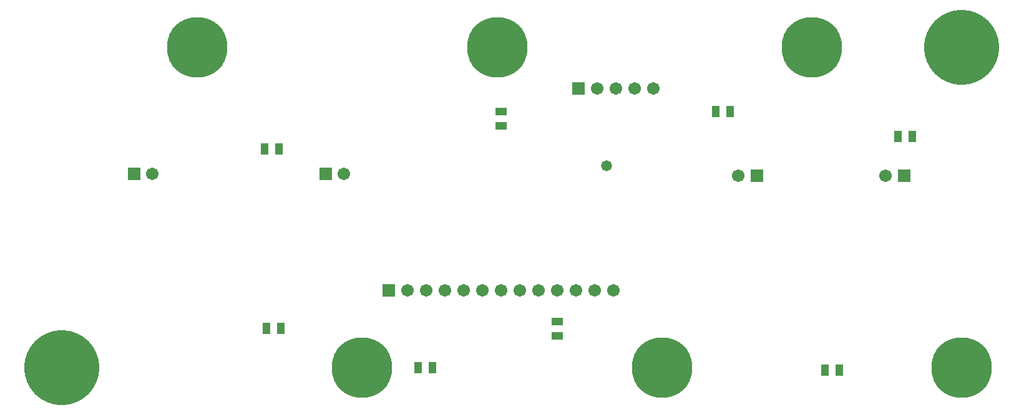
<source format=gts>
G04*
G04 #@! TF.GenerationSoftware,Altium Limited,Altium Designer,22.8.2 (66)*
G04*
G04 Layer_Color=8388736*
%FSLAX44Y44*%
%MOMM*%
G71*
G04*
G04 #@! TF.SameCoordinates,A88769B3-AE7A-4E98-8DBA-C7F6B74A5C9B*
G04*
G04*
G04 #@! TF.FilePolarity,Negative*
G04*
G01*
G75*
%ADD14R,1.6232X1.0932*%
%ADD15R,1.0932X1.6232*%
%ADD16R,1.7112X1.7112*%
%ADD17C,1.7112*%
%ADD18R,1.7032X1.7032*%
%ADD19C,1.7032*%
%ADD20C,8.2032*%
%ADD21C,10.2032*%
%ADD22C,1.4732*%
D14*
X741680Y-508000D02*
D03*
Y-488600D02*
D03*
X665480Y-203660D02*
D03*
Y-223060D02*
D03*
D15*
X344630Y-254000D02*
D03*
X364030D02*
D03*
X1124760Y-554990D02*
D03*
X1105360D02*
D03*
X1223360Y-237490D02*
D03*
X1203960D02*
D03*
X976170Y-203200D02*
D03*
X956770D02*
D03*
X552910Y-551180D02*
D03*
X572310D02*
D03*
X347170Y-497840D02*
D03*
X366570D02*
D03*
D16*
X1012500Y-290830D02*
D03*
X1212500D02*
D03*
X167640Y-288290D02*
D03*
X427500D02*
D03*
D17*
X987500Y-290830D02*
D03*
X1187500D02*
D03*
X192640Y-288290D02*
D03*
X452500D02*
D03*
D18*
X771180Y-171570D02*
D03*
X513080Y-446240D02*
D03*
D19*
X796584Y-171570D02*
D03*
X821984D02*
D03*
X847384D02*
D03*
X872784D02*
D03*
X538480Y-446240D02*
D03*
X563880D02*
D03*
X589280D02*
D03*
X614680D02*
D03*
X640080D02*
D03*
X665480D02*
D03*
X690880D02*
D03*
X716280D02*
D03*
X741680D02*
D03*
X767080D02*
D03*
X792480D02*
D03*
X817880D02*
D03*
D20*
X253500Y-116190D02*
D03*
X1291000Y-551190D02*
D03*
X884000D02*
D03*
X1087500Y-116190D02*
D03*
X660500D02*
D03*
X477000Y-551190D02*
D03*
D21*
X1291000Y-116190D02*
D03*
X70000Y-551190D02*
D03*
D22*
X808990Y-276860D02*
D03*
M02*

</source>
